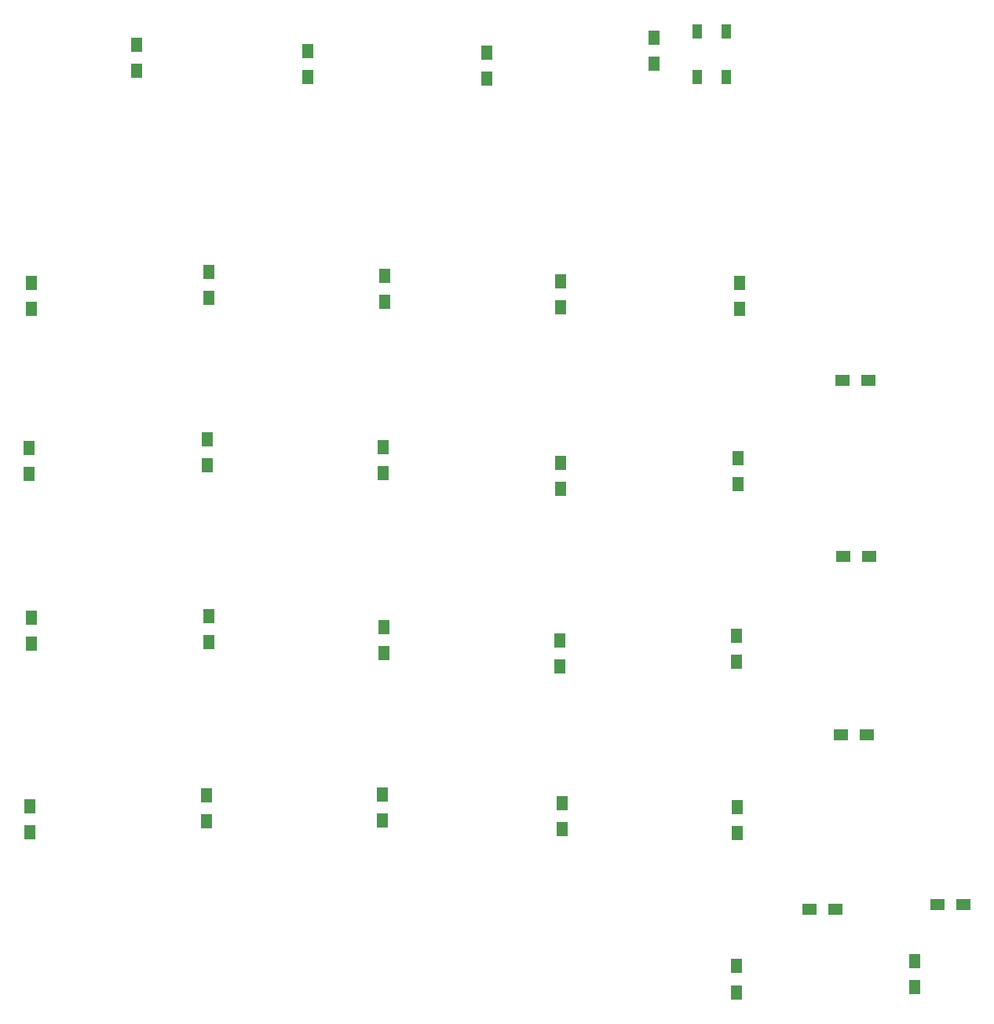
<source format=gtp>
G04 #@! TF.GenerationSoftware,KiCad,Pcbnew,(5.1.5-0-10_14)*
G04 #@! TF.CreationDate,2021-05-07T17:03:44+03:00*
G04 #@! TF.ProjectId,Sotka,536f746b-612e-46b6-9963-61645f706362,rev?*
G04 #@! TF.SameCoordinates,Original*
G04 #@! TF.FileFunction,Paste,Top*
G04 #@! TF.FilePolarity,Positive*
%FSLAX46Y46*%
G04 Gerber Fmt 4.6, Leading zero omitted, Abs format (unit mm)*
G04 Created by KiCad (PCBNEW (5.1.5-0-10_14)) date 2021-05-07 17:03:44*
%MOMM*%
%LPD*%
G04 APERTURE LIST*
%ADD10R,1.200000X1.600000*%
%ADD11R,1.600000X1.200000*%
%ADD12R,1.000000X1.500000*%
G04 APERTURE END LIST*
D10*
X42760000Y-112370000D03*
X42760000Y-115170000D03*
X42690000Y-73770000D03*
X42690000Y-76570000D03*
X42930000Y-92050000D03*
X42930000Y-94850000D03*
X42890000Y-56050000D03*
X42890000Y-58850000D03*
X61820000Y-111180000D03*
X61820000Y-113980000D03*
X61860000Y-72870000D03*
X61860000Y-75670000D03*
X62030000Y-91930000D03*
X62030000Y-94730000D03*
X62020000Y-54850000D03*
X62020000Y-57650000D03*
X80800000Y-111122500D03*
X80800000Y-113922500D03*
X118970000Y-129632500D03*
X118970000Y-132432500D03*
X80830000Y-73742500D03*
X80830000Y-76542500D03*
X80910000Y-93082500D03*
X80910000Y-95882500D03*
X80990000Y-55292500D03*
X80990000Y-58092500D03*
X100120000Y-112085000D03*
X100120000Y-114885000D03*
X138150000Y-129080000D03*
X138150000Y-131880000D03*
X99950000Y-75375000D03*
X99950000Y-78175000D03*
X99940000Y-94575000D03*
X99940000Y-97375000D03*
X99950000Y-55810000D03*
X99950000Y-58610000D03*
X119050000Y-112462500D03*
X119050000Y-115262500D03*
D11*
X143390000Y-123000000D03*
X140590000Y-123000000D03*
D10*
X119140000Y-74922500D03*
X119140000Y-77722500D03*
X118940000Y-94062500D03*
X118940000Y-96862500D03*
X119320000Y-55980000D03*
X119320000Y-58780000D03*
D11*
X129590000Y-123510000D03*
X126790000Y-123510000D03*
X133280000Y-85480000D03*
X130480000Y-85480000D03*
X133000000Y-104680000D03*
X130200000Y-104680000D03*
X133200000Y-66510000D03*
X130400000Y-66510000D03*
D10*
X54240000Y-30380000D03*
X54240000Y-33180000D03*
X72740000Y-31070000D03*
X72740000Y-33870000D03*
X92050000Y-31240000D03*
X92050000Y-34040000D03*
X110080000Y-29600000D03*
X110080000Y-32400000D03*
D12*
X117880000Y-28900000D03*
X114680000Y-28900000D03*
X117880000Y-33800000D03*
X114680000Y-33800000D03*
M02*

</source>
